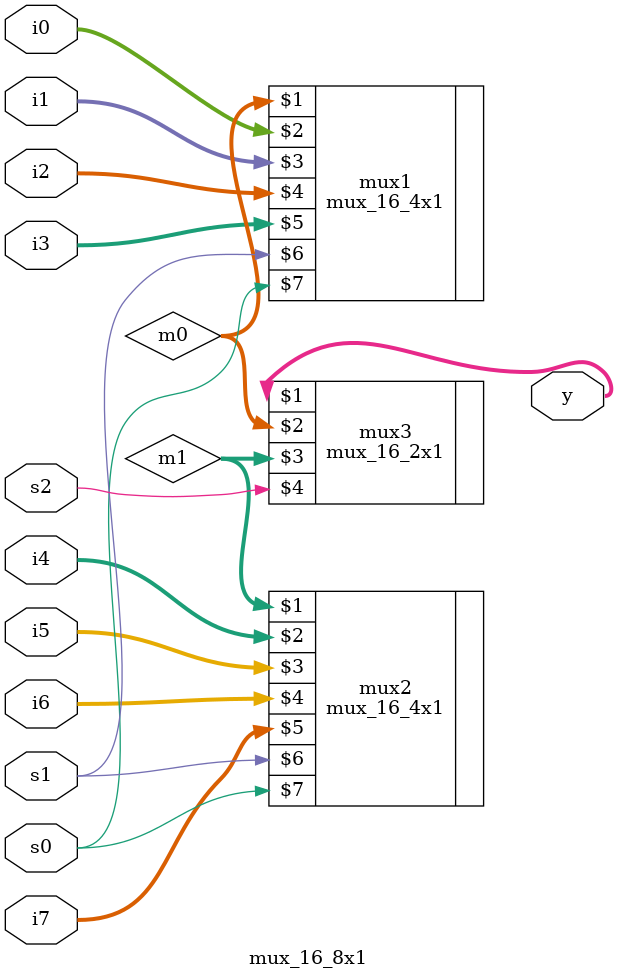
<source format=v>
module mux_16_8x1(y,i0,i1,i2,i3,i4,i5,i6,i7,s2,s1,s0);

    input[15:0] i0,i1,i2,i3,i4,i5,i6,i7;
    input s2,s1,s0;
    output[15:0] y;
    wire[15:0] m0,m1;

    mux_16_4x1 mux1(m0,i0,i1,i2,i3,s1,s0);
    mux_16_4x1 mux2(m1,i4,i5,i6,i7,s1,s0);
    mux_16_2x1 mux3(y,m0,m1,s2);
    
endmodule
</source>
